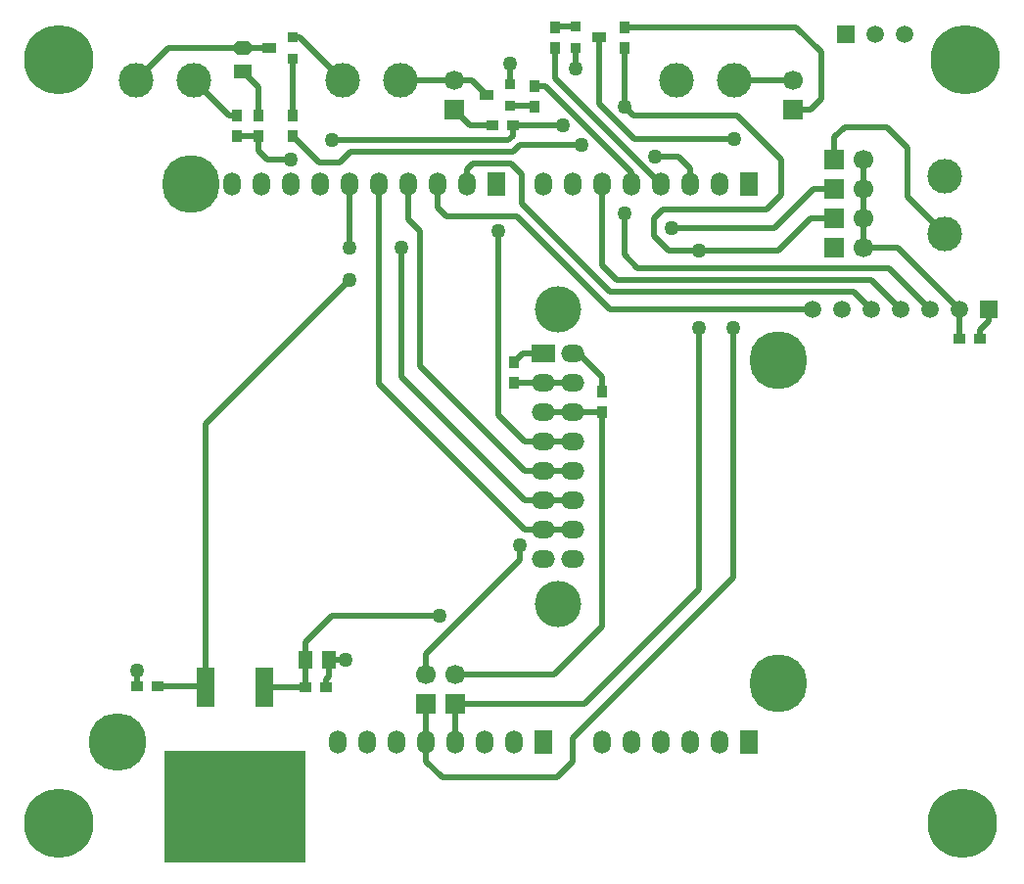
<source format=gtl>
G04*
G04 #@! TF.GenerationSoftware,Altium Limited,Altium Designer,18.0.7 (293)*
G04*
G04 Layer_Physical_Order=1*
G04 Layer_Color=37055*
%FSLAX24Y24*%
%MOIN*%
G70*
G01*
G75*
%ADD15R,0.0400X0.0380*%
%ADD16R,0.0450X0.0600*%
%ADD17R,0.0380X0.0400*%
G04:AMPARAMS|DCode=18|XSize=45mil|YSize=60mil|CornerRadius=0mil|HoleSize=0mil|Usage=FLASHONLY|Rotation=90.000|XOffset=0mil|YOffset=0mil|HoleType=Round|Shape=Octagon|*
%AMOCTAGOND18*
4,1,8,-0.0300,-0.0113,-0.0300,0.0113,-0.0188,0.0225,0.0188,0.0225,0.0300,0.0113,0.0300,-0.0113,0.0188,-0.0225,-0.0188,-0.0225,-0.0300,-0.0113,0.0*
%
%ADD18OCTAGOND18*%

%ADD19R,0.0600X0.0450*%
%ADD20R,0.0360X0.0360*%
%ADD21R,0.0500X0.0360*%
%ADD22R,0.0630X0.1378*%
%ADD23R,0.4803X0.3839*%
%ADD49C,0.0200*%
%ADD50R,0.0669X0.0669*%
%ADD51C,0.0669*%
%ADD52C,0.0591*%
%ADD53R,0.0591X0.0591*%
%ADD54C,0.1181*%
%ADD55O,0.0787X0.0591*%
%ADD56R,0.0787X0.0591*%
%ADD57R,0.0669X0.0669*%
%ADD58C,0.1575*%
%ADD59R,0.0591X0.0787*%
%ADD60O,0.0591X0.0787*%
%ADD61C,0.2362*%
%ADD62C,0.1969*%
%ADD63C,0.1969*%
%ADD64O,0.1969X0.1969*%
%ADD65C,0.0500*%
D15*
X5100Y6400D02*
D03*
X4400D02*
D03*
X10150Y6388D02*
D03*
X10850D02*
D03*
X16500Y25500D02*
D03*
X17200D02*
D03*
X33100Y18250D02*
D03*
X32400D02*
D03*
D16*
X10150Y7300D02*
D03*
X10950D02*
D03*
D17*
X17250Y16750D02*
D03*
Y17450D02*
D03*
X20250Y15750D02*
D03*
Y16450D02*
D03*
X7800Y25850D02*
D03*
Y25150D02*
D03*
X9700D02*
D03*
Y25850D02*
D03*
X8550D02*
D03*
Y25150D02*
D03*
X21000Y28850D02*
D03*
Y28150D02*
D03*
X17950Y26850D02*
D03*
Y26150D02*
D03*
X18650Y28150D02*
D03*
Y28850D02*
D03*
D18*
X8000Y28150D02*
D03*
D19*
Y27350D02*
D03*
D20*
X9700Y27770D02*
D03*
Y28520D02*
D03*
X17100Y26170D02*
D03*
Y26920D02*
D03*
X19350Y28880D02*
D03*
Y28130D02*
D03*
D21*
X8900Y28150D02*
D03*
X16300Y26550D02*
D03*
X20150Y28500D02*
D03*
D22*
X6750Y6388D02*
D03*
X8750D02*
D03*
D23*
X7750Y2313D02*
D03*
D49*
X17350Y22400D02*
X20500Y19250D01*
X14950Y22400D02*
X17350D01*
X17500Y22850D02*
X20500Y19850D01*
X17500Y22850D02*
Y23850D01*
X14650Y22700D02*
X14950Y22400D01*
X14650Y22700D02*
Y23500D01*
X16700Y15650D02*
Y21900D01*
X20500Y19850D02*
X28800D01*
X11050Y25000D02*
X17050D01*
X11666Y24600D02*
X17200D01*
X11316Y24250D02*
X11666Y24600D01*
X10600Y24250D02*
X11316D01*
X9700Y25150D02*
X10600Y24250D01*
X17200Y24600D02*
X17450Y24850D01*
X17150Y24200D02*
X17500Y23850D01*
X15850Y24200D02*
X17150D01*
X15650Y24000D02*
X15850Y24200D01*
X15650Y23500D02*
Y24000D01*
X17450Y24850D02*
X19550D01*
X17050Y25000D02*
X17200Y25150D01*
X23550Y21250D02*
X26250D01*
X22500D02*
X23550D01*
X26250D02*
X27350Y22350D01*
X22000Y21750D02*
X22500Y21250D01*
X24700Y10100D02*
Y18600D01*
X23550Y9700D02*
Y18600D01*
X29400Y20250D02*
X30400Y19250D01*
X20750Y20250D02*
X29400D01*
X20250Y20750D02*
X20750Y20250D01*
X30000Y20650D02*
X31400Y19250D01*
X21450Y20650D02*
X30000D01*
X21000Y21100D02*
X21450Y20650D01*
X22000Y21750D02*
Y22350D01*
X26100Y22000D02*
X27450Y23350D01*
X22600Y22000D02*
X26100D01*
X22300Y22650D02*
X25850D01*
X22000Y22350D02*
X22300Y22650D01*
X25850D02*
X26350Y23150D01*
X21000Y21100D02*
Y22500D01*
X20250Y20750D02*
Y23500D01*
X28800Y19850D02*
X29400Y19250D01*
X20500D02*
X27400D01*
X30300Y21350D02*
X32400Y19250D01*
X29150Y21350D02*
X30300D01*
X33400Y18850D02*
Y19250D01*
X33100Y18550D02*
X33400Y18850D01*
X33100Y18250D02*
Y18550D01*
X32400Y18250D02*
Y19250D01*
X19250Y4650D02*
X24700Y10100D01*
X19250Y3850D02*
Y4650D01*
X19650Y5800D02*
X23550Y9700D01*
X15250Y5800D02*
X19650D01*
X17450Y10700D02*
Y11200D01*
X14250Y7500D02*
X17450Y10700D01*
X14250Y6800D02*
Y7500D01*
X13650Y22300D02*
X14050Y21900D01*
Y17300D02*
Y21900D01*
Y17300D02*
X17600Y13750D01*
Y11750D02*
X18250D01*
X12650Y16700D02*
X17600Y11750D01*
X12650Y16700D02*
Y23500D01*
X17600Y14750D02*
X18250D01*
X16700Y15650D02*
X17600Y14750D01*
X11650Y23400D02*
X11700Y23450D01*
X13400Y16950D02*
Y21350D01*
Y16950D02*
X17600Y12750D01*
X6750Y15350D02*
X11650Y20250D01*
X6750Y6388D02*
Y15350D01*
X17600Y12750D02*
X18250D01*
X17600Y13750D02*
X18250D01*
X20250Y8450D02*
Y15750D01*
X18600Y6800D02*
X20250Y8450D01*
X20200Y15750D02*
X20250D01*
X20250Y15750D02*
X20250Y15750D01*
X19250Y15750D02*
X20250Y15750D01*
Y16450D02*
Y16950D01*
X19450Y17750D02*
X20250Y16950D01*
X19250Y17750D02*
X19450D01*
X17550D02*
X18250D01*
X17250Y17450D02*
X17550Y17750D01*
X17250Y16750D02*
X18250D01*
X19250D01*
X18250Y15750D02*
X19250D01*
X18250Y14750D02*
X19250D01*
X18250Y13750D02*
X19250D01*
X18250Y12750D02*
X19250D01*
X18250Y11750D02*
X19250D01*
X11050Y8800D02*
X14700D01*
X10150Y7900D02*
X11050Y8800D01*
X10150Y7300D02*
Y7900D01*
X10950Y7300D02*
X11500D01*
X8850Y24350D02*
X9650D01*
X8550Y24650D02*
X8850Y24350D01*
X8550Y24650D02*
Y25150D01*
X17200D02*
Y25500D01*
X22050Y24450D02*
X22850D01*
X23250Y24050D01*
Y23500D02*
Y24050D01*
X9946Y28520D02*
X11416Y27050D01*
X9700Y28520D02*
X9946D01*
X9700Y25850D02*
Y27770D01*
X8000Y27350D02*
X8550Y26800D01*
Y25850D02*
Y26800D01*
X7800Y25150D02*
X8550D01*
X7534Y25850D02*
X7800D01*
X6334Y27050D02*
X7534Y25850D01*
X5466Y28150D02*
X8000D01*
X4366Y27050D02*
X5466Y28150D01*
X8000D02*
X8900D01*
X17200Y25500D02*
X18900D01*
X21300Y25850D02*
X24850D01*
X21000Y26150D02*
X21300Y25850D01*
X21000Y26150D02*
Y28150D01*
X21350Y25050D02*
X24734D01*
X20150Y26250D02*
X21350Y25050D01*
X20150Y26250D02*
Y28500D01*
X21250Y23500D02*
Y23900D01*
X18300Y26850D02*
X21250Y23900D01*
X17950Y26850D02*
X18300D01*
X18650Y27100D02*
X22250Y23500D01*
X18650Y27100D02*
Y28150D01*
X17100Y26920D02*
Y27600D01*
X17930Y26170D02*
X17950Y26150D01*
X17100Y26170D02*
X17930D01*
X15750Y25500D02*
X16500D01*
X15200Y26050D02*
X15750Y25500D01*
X15800Y27050D02*
X16300Y26550D01*
X15200Y27050D02*
X15800D01*
X13384D02*
X15200D01*
X24850Y25850D02*
X26350Y24350D01*
X19350Y27450D02*
Y28130D01*
X18680Y28880D02*
X19350D01*
X26350Y23150D02*
Y24350D01*
X27450Y23350D02*
X28150D01*
X26750Y26050D02*
X27350D01*
X27700Y26400D01*
Y28000D01*
X26850Y28850D02*
X27700Y28000D01*
X21000Y28850D02*
X26850D01*
X24734Y27050D02*
X26750D01*
X11650Y21350D02*
Y23400D01*
Y23500D02*
X11700Y23450D01*
X13650Y22300D02*
Y23500D01*
X18700Y3300D02*
X19250Y3850D01*
X14800Y3300D02*
X18700D01*
X14250Y3850D02*
X14800Y3300D01*
X14250Y3850D02*
Y4500D01*
X27350Y22350D02*
X28150D01*
X30650Y23066D02*
X31900Y21816D01*
X30650Y23066D02*
Y24750D01*
X29950Y25450D02*
X30650Y24750D01*
X28500Y25450D02*
X29950D01*
X28150Y25100D02*
X28500Y25450D01*
X28150Y24350D02*
Y25100D01*
X29150Y23350D02*
Y24350D01*
Y22350D02*
Y23350D01*
Y21350D02*
Y22350D01*
X15250Y6800D02*
X18600D01*
X15250Y4500D02*
Y5800D01*
X14250Y4500D02*
Y5800D01*
X4400Y6400D02*
Y6950D01*
X10950Y6750D02*
Y7300D01*
X10850Y6650D02*
X10950Y6750D01*
X10850Y6388D02*
Y6650D01*
X10150Y6388D02*
Y7300D01*
X10150Y6388D02*
X10150Y6388D01*
X8750Y6388D02*
X10150D01*
X5100Y6400D02*
X6738D01*
D50*
X28150Y22350D02*
D03*
Y23350D02*
D03*
Y24350D02*
D03*
Y21350D02*
D03*
D51*
X29150Y22350D02*
D03*
Y23350D02*
D03*
Y24350D02*
D03*
Y21350D02*
D03*
X15200Y27050D02*
D03*
X26750D02*
D03*
X15250Y6800D02*
D03*
X14250D02*
D03*
D52*
X27400Y19250D02*
D03*
X28400D02*
D03*
X29400D02*
D03*
X30400D02*
D03*
X32400D02*
D03*
X31400D02*
D03*
X29550Y28600D02*
D03*
X30550D02*
D03*
D53*
X33400Y19250D02*
D03*
X28550Y28600D02*
D03*
D54*
X31900Y23784D02*
D03*
Y21816D02*
D03*
X6334Y27050D02*
D03*
X4366D02*
D03*
X13384D02*
D03*
X11416D02*
D03*
X24734D02*
D03*
X22766D02*
D03*
D55*
X19250Y10750D02*
D03*
X18250D02*
D03*
X19250Y11750D02*
D03*
X18250D02*
D03*
X19250Y12750D02*
D03*
X18250D02*
D03*
X19250Y13750D02*
D03*
X18250D02*
D03*
X19250Y14750D02*
D03*
X18250D02*
D03*
X19250Y15750D02*
D03*
X18250D02*
D03*
X19250Y16750D02*
D03*
X18250D02*
D03*
X19250Y17750D02*
D03*
D56*
X18250D02*
D03*
D57*
X15200Y26050D02*
D03*
X26750D02*
D03*
X15250Y5800D02*
D03*
X14250D02*
D03*
D58*
X18750Y19250D02*
D03*
Y9200D02*
D03*
D59*
X25250Y4500D02*
D03*
Y23500D02*
D03*
X18250Y4500D02*
D03*
X16650Y23500D02*
D03*
D60*
X24250Y4500D02*
D03*
X23250D02*
D03*
X22250D02*
D03*
X21250D02*
D03*
X20250D02*
D03*
X24250Y23500D02*
D03*
X23250D02*
D03*
X22250D02*
D03*
X21250D02*
D03*
X20250D02*
D03*
X19250D02*
D03*
X18250D02*
D03*
X17250Y4500D02*
D03*
X16250D02*
D03*
X15250D02*
D03*
X14250D02*
D03*
X13250D02*
D03*
X12250D02*
D03*
X11250D02*
D03*
X14650Y23500D02*
D03*
X7650D02*
D03*
X8650D02*
D03*
X9650D02*
D03*
X10650D02*
D03*
X11650D02*
D03*
X12650D02*
D03*
X13650D02*
D03*
X15650D02*
D03*
D61*
X1750Y27750D02*
D03*
X32594D02*
D03*
X32500Y1750D02*
D03*
X1750D02*
D03*
D62*
X6250Y23500D02*
D03*
D63*
X26250Y17500D02*
D03*
Y6500D02*
D03*
D64*
X3750Y4500D02*
D03*
D65*
X16700Y21900D02*
D03*
X11050Y25000D02*
D03*
X23550Y21250D02*
D03*
X24700Y18600D02*
D03*
X23550D02*
D03*
X22600Y22000D02*
D03*
X21000Y22500D02*
D03*
X17450Y11200D02*
D03*
X13400Y21350D02*
D03*
X11650Y20250D02*
D03*
X14700Y8800D02*
D03*
X9650Y24350D02*
D03*
X22050Y24450D02*
D03*
X19550Y24850D02*
D03*
X18900Y25500D02*
D03*
X21000Y26150D02*
D03*
X17100Y27600D02*
D03*
X24734Y25050D02*
D03*
X19350Y27450D02*
D03*
X11650Y21350D02*
D03*
X11500Y7300D02*
D03*
X7250Y1850D02*
D03*
X7200Y2750D02*
D03*
X8250Y1850D02*
D03*
Y2750D02*
D03*
X7750Y2313D02*
D03*
X4400Y6950D02*
D03*
M02*

</source>
